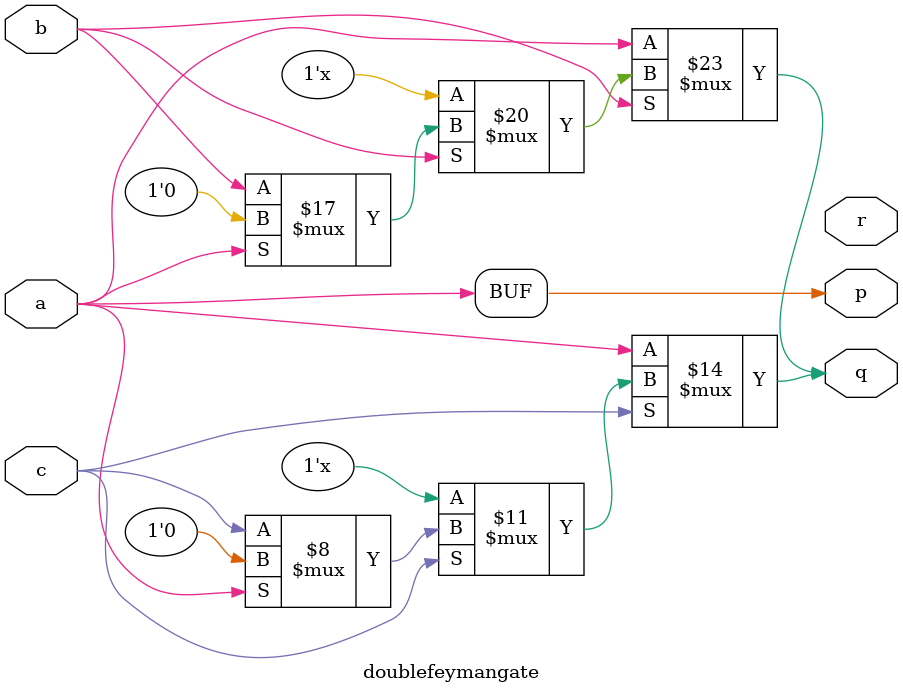
<source format=sv>

module doublefeymangate(
    input bit a,b,c,
    output bit p,q,r
);
  assign p = a;
  
  always @(a or b) begin
    if (b==0) begin
      q = a;
    end else begin
      if (a==0) begin
        q = b;
      end else begin
        q = 0;
      end
    end
  end

  always @(a or c) begin
    if (c==0) begin
      q = a;
    end else begin
      if (a==0) begin
        q = c;
      end else begin
        q = 0;
      end
    end
  end
endmodule

</source>
